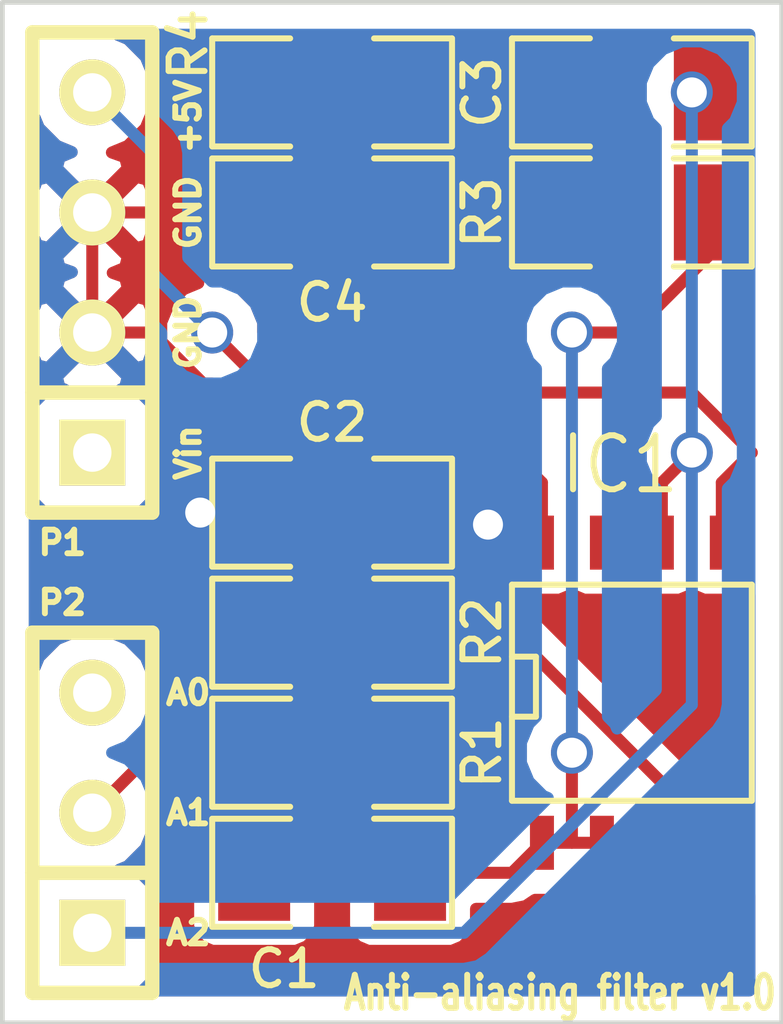
<source format=kicad_pcb>
(kicad_pcb (version 3) (host pcbnew "(2013-07-07 BZR 4022)-stable")

  (general
    (links 20)
    (no_connects 0)
    (area 18.6436 16.361834 38.050611 38.277001)
    (thickness 1.6)
    (drawings 12)
    (tracks 67)
    (zones 0)
    (modules 11)
    (nets 10)
  )

  (page USLetter)
  (title_block 
    (title "Anti-aliasing filter")
    (rev v1.0)
    (company "Ryan Fobel")
  )

  (layers
    (15 F.Cu signal)
    (0 B.Cu signal)
    (16 B.Adhes user)
    (17 F.Adhes user)
    (18 B.Paste user)
    (19 F.Paste user)
    (20 B.SilkS user)
    (21 F.SilkS user)
    (22 B.Mask user)
    (23 F.Mask user)
    (24 Dwgs.User user)
    (25 Cmts.User user)
    (26 Eco1.User user)
    (27 Eco2.User user)
    (28 Edge.Cuts user)
  )

  (setup
    (last_trace_width 0.254)
    (trace_clearance 0.254)
    (zone_clearance 0.508)
    (zone_45_only no)
    (trace_min 0.254)
    (segment_width 0.2)
    (edge_width 0.1)
    (via_size 0.889)
    (via_drill 0.635)
    (via_min_size 0.889)
    (via_min_drill 0.508)
    (uvia_size 0.508)
    (uvia_drill 0.127)
    (uvias_allowed no)
    (uvia_min_size 0.508)
    (uvia_min_drill 0.127)
    (pcb_text_width 0.3)
    (pcb_text_size 1.5 1.5)
    (mod_edge_width 0.15)
    (mod_text_size 1 1)
    (mod_text_width 0.15)
    (pad_size 1.5 1.5)
    (pad_drill 0.6)
    (pad_to_mask_clearance 0)
    (aux_axis_origin 0 0)
    (visible_elements 7FFFFFFF)
    (pcbplotparams
      (layerselection 284983297)
      (usegerberextensions true)
      (excludeedgelayer true)
      (linewidth 0.150000)
      (plotframeref false)
      (viasonmask false)
      (mode 1)
      (useauxorigin false)
      (hpglpennumber 1)
      (hpglpenspeed 20)
      (hpglpendiameter 15)
      (hpglpenoverlay 2)
      (psnegative false)
      (psa4output false)
      (plotreference true)
      (plotvalue true)
      (plotothertext true)
      (plotinvisibletext false)
      (padsonsilk false)
      (subtractmaskfromsilk false)
      (outputformat 1)
      (mirror false)
      (drillshape 0)
      (scaleselection 1)
      (outputdirectory gerber))
  )

  (net 0 "")
  (net 1 +5V)
  (net 2 GND)
  (net 3 N-000001)
  (net 4 N-0000011)
  (net 5 N-000002)
  (net 6 N-000003)
  (net 7 N-000004)
  (net 8 N-000005)
  (net 9 N-000008)

  (net_class Default "This is the default net class."
    (clearance 0.254)
    (trace_width 0.254)
    (via_dia 0.889)
    (via_drill 0.635)
    (uvia_dia 0.508)
    (uvia_drill 0.127)
    (add_net "")
    (add_net +5V)
    (add_net GND)
    (add_net N-000001)
    (add_net N-0000011)
    (add_net N-000002)
    (add_net N-000003)
    (add_net N-000004)
    (add_net N-000005)
    (add_net N-000008)
  )

  (module SO8N (layer F.Cu) (tedit 54204A03) (tstamp 5420453A)
    (at 33.782 31.242)
    (descr "Module CMS SOJ 8 pins large")
    (tags "CMS SOJ")
    (path /54203D0F)
    (attr smd)
    (fp_text reference IC1 (at -0.254 -4.826) (layer F.SilkS)
      (effects (font (size 1.143 1.016) (thickness 0.127)))
    )
    (fp_text value MCP6022 (at 0 1.27) (layer F.SilkS) hide
      (effects (font (size 1.016 1.016) (thickness 0.127)))
    )
    (fp_line (start -2.54 -2.286) (end 2.54 -2.286) (layer F.SilkS) (width 0.127))
    (fp_line (start 2.54 -2.286) (end 2.54 2.286) (layer F.SilkS) (width 0.127))
    (fp_line (start 2.54 2.286) (end -2.54 2.286) (layer F.SilkS) (width 0.127))
    (fp_line (start -2.54 2.286) (end -2.54 -2.286) (layer F.SilkS) (width 0.127))
    (fp_line (start -2.54 -0.762) (end -2.032 -0.762) (layer F.SilkS) (width 0.127))
    (fp_line (start -2.032 -0.762) (end -2.032 0.508) (layer F.SilkS) (width 0.127))
    (fp_line (start -2.032 0.508) (end -2.54 0.508) (layer F.SilkS) (width 0.127))
    (pad 8 smd rect (at -1.905 -3.175) (size 0.508 1.143)
      (layers F.Cu F.Paste F.Mask)
      (net 1 +5V)
    )
    (pad 7 smd rect (at -0.635 -3.175) (size 0.508 1.143)
      (layers F.Cu F.Paste F.Mask)
      (net 8 N-000005)
    )
    (pad 6 smd rect (at 0.635 -3.175) (size 0.508 1.143)
      (layers F.Cu F.Paste F.Mask)
      (net 8 N-000005)
    )
    (pad 5 smd rect (at 1.905 -3.175) (size 0.508 1.143)
      (layers F.Cu F.Paste F.Mask)
      (net 3 N-000001)
    )
    (pad 4 smd rect (at 1.905 3.175) (size 0.508 1.143)
      (layers F.Cu F.Paste F.Mask)
      (net 2 GND)
    )
    (pad 3 smd rect (at 0.635 3.175) (size 0.508 1.143)
      (layers F.Cu F.Paste F.Mask)
      (net 6 N-000003)
    )
    (pad 2 smd rect (at -0.635 3.175) (size 0.508 1.143)
      (layers F.Cu F.Paste F.Mask)
      (net 4 N-0000011)
    )
    (pad 1 smd rect (at -1.905 3.175) (size 0.508 1.143)
      (layers F.Cu F.Paste F.Mask)
      (net 4 N-0000011)
    )
    (model smd/cms_so8.wrl
      (at (xyz 0 0 0))
      (scale (xyz 0.5 0.38 0.5))
      (rotate (xyz 0 0 0))
    )
  )

  (module SM1206 (layer F.Cu) (tedit 54204941) (tstamp 54204546)
    (at 27.432 32.512)
    (path /541C44E9)
    (attr smd)
    (fp_text reference R1 (at 3.175 0 90) (layer F.SilkS)
      (effects (font (size 0.762 0.762) (thickness 0.127)))
    )
    (fp_text value 1.78k (at 0 0) (layer F.SilkS) hide
      (effects (font (size 0.762 0.762) (thickness 0.127)))
    )
    (fp_line (start -2.54 -1.143) (end -2.54 1.143) (layer F.SilkS) (width 0.127))
    (fp_line (start -2.54 1.143) (end -0.889 1.143) (layer F.SilkS) (width 0.127))
    (fp_line (start 0.889 -1.143) (end 2.54 -1.143) (layer F.SilkS) (width 0.127))
    (fp_line (start 2.54 -1.143) (end 2.54 1.143) (layer F.SilkS) (width 0.127))
    (fp_line (start 2.54 1.143) (end 0.889 1.143) (layer F.SilkS) (width 0.127))
    (fp_line (start -0.889 -1.143) (end -2.54 -1.143) (layer F.SilkS) (width 0.127))
    (pad 1 smd rect (at -1.651 0) (size 1.524 2.032)
      (layers F.Cu F.Paste F.Mask)
      (net 9 N-000008)
    )
    (pad 2 smd rect (at 1.651 0) (size 1.524 2.032)
      (layers F.Cu F.Paste F.Mask)
      (net 5 N-000002)
    )
    (model smd/chip_cms.wrl
      (at (xyz 0 0 0))
      (scale (xyz 0.17 0.16 0.16))
      (rotate (xyz 0 0 0))
    )
  )

  (module SM1206 (layer F.Cu) (tedit 5420493E) (tstamp 54204552)
    (at 27.432 29.972)
    (path /541C4500)
    (attr smd)
    (fp_text reference R2 (at 3.175 0 90) (layer F.SilkS)
      (effects (font (size 0.762 0.762) (thickness 0.127)))
    )
    (fp_text value 4.02k (at 0 0) (layer F.SilkS) hide
      (effects (font (size 0.762 0.762) (thickness 0.127)))
    )
    (fp_line (start -2.54 -1.143) (end -2.54 1.143) (layer F.SilkS) (width 0.127))
    (fp_line (start -2.54 1.143) (end -0.889 1.143) (layer F.SilkS) (width 0.127))
    (fp_line (start 0.889 -1.143) (end 2.54 -1.143) (layer F.SilkS) (width 0.127))
    (fp_line (start 2.54 -1.143) (end 2.54 1.143) (layer F.SilkS) (width 0.127))
    (fp_line (start 2.54 1.143) (end 0.889 1.143) (layer F.SilkS) (width 0.127))
    (fp_line (start -0.889 -1.143) (end -2.54 -1.143) (layer F.SilkS) (width 0.127))
    (pad 1 smd rect (at -1.651 0) (size 1.524 2.032)
      (layers F.Cu F.Paste F.Mask)
      (net 5 N-000002)
    )
    (pad 2 smd rect (at 1.651 0) (size 1.524 2.032)
      (layers F.Cu F.Paste F.Mask)
      (net 6 N-000003)
    )
    (model smd/chip_cms.wrl
      (at (xyz 0 0 0))
      (scale (xyz 0.17 0.16 0.16))
      (rotate (xyz 0 0 0))
    )
  )

  (module SM1206 (layer F.Cu) (tedit 54204939) (tstamp 5420455E)
    (at 27.432 27.432 180)
    (path /541C4512)
    (attr smd)
    (fp_text reference C2 (at 0 1.905 180) (layer F.SilkS)
      (effects (font (size 0.762 0.762) (thickness 0.127)))
    )
    (fp_text value 220pF (at 0 0 180) (layer F.SilkS) hide
      (effects (font (size 0.762 0.762) (thickness 0.127)))
    )
    (fp_line (start -2.54 -1.143) (end -2.54 1.143) (layer F.SilkS) (width 0.127))
    (fp_line (start -2.54 1.143) (end -0.889 1.143) (layer F.SilkS) (width 0.127))
    (fp_line (start 0.889 -1.143) (end 2.54 -1.143) (layer F.SilkS) (width 0.127))
    (fp_line (start 2.54 -1.143) (end 2.54 1.143) (layer F.SilkS) (width 0.127))
    (fp_line (start 2.54 1.143) (end 0.889 1.143) (layer F.SilkS) (width 0.127))
    (fp_line (start -0.889 -1.143) (end -2.54 -1.143) (layer F.SilkS) (width 0.127))
    (pad 1 smd rect (at -1.651 0 180) (size 1.524 2.032)
      (layers F.Cu F.Paste F.Mask)
      (net 6 N-000003)
    )
    (pad 2 smd rect (at 1.651 0 180) (size 1.524 2.032)
      (layers F.Cu F.Paste F.Mask)
      (net 2 GND)
    )
    (model smd/chip_cms.wrl
      (at (xyz 0 0 0))
      (scale (xyz 0.17 0.16 0.16))
      (rotate (xyz 0 0 0))
    )
  )

  (module SM1206 (layer F.Cu) (tedit 542049E5) (tstamp 5420456A)
    (at 27.432 35.052)
    (path /541C4521)
    (attr smd)
    (fp_text reference C1 (at -1.016 2.032) (layer F.SilkS)
      (effects (font (size 0.762 0.762) (thickness 0.127)))
    )
    (fp_text value 0.0047uF (at 0 0) (layer F.SilkS) hide
      (effects (font (size 0.762 0.762) (thickness 0.127)))
    )
    (fp_line (start -2.54 -1.143) (end -2.54 1.143) (layer F.SilkS) (width 0.127))
    (fp_line (start -2.54 1.143) (end -0.889 1.143) (layer F.SilkS) (width 0.127))
    (fp_line (start 0.889 -1.143) (end 2.54 -1.143) (layer F.SilkS) (width 0.127))
    (fp_line (start 2.54 -1.143) (end 2.54 1.143) (layer F.SilkS) (width 0.127))
    (fp_line (start 2.54 1.143) (end 0.889 1.143) (layer F.SilkS) (width 0.127))
    (fp_line (start -0.889 -1.143) (end -2.54 -1.143) (layer F.SilkS) (width 0.127))
    (pad 1 smd rect (at -1.651 0) (size 1.524 2.032)
      (layers F.Cu F.Paste F.Mask)
      (net 5 N-000002)
    )
    (pad 2 smd rect (at 1.651 0) (size 1.524 2.032)
      (layers F.Cu F.Paste F.Mask)
      (net 4 N-0000011)
    )
    (model smd/chip_cms.wrl
      (at (xyz 0 0 0))
      (scale (xyz 0.17 0.16 0.16))
      (rotate (xyz 0 0 0))
    )
  )

  (module SM1206 (layer F.Cu) (tedit 54204930) (tstamp 54204576)
    (at 33.782 21.082 180)
    (path /54204126)
    (attr smd)
    (fp_text reference R3 (at 3.175 0 270) (layer F.SilkS)
      (effects (font (size 0.762 0.762) (thickness 0.127)))
    )
    (fp_text value 9.09k (at 0 0 180) (layer F.SilkS) hide
      (effects (font (size 0.762 0.762) (thickness 0.127)))
    )
    (fp_line (start -2.54 -1.143) (end -2.54 1.143) (layer F.SilkS) (width 0.127))
    (fp_line (start -2.54 1.143) (end -0.889 1.143) (layer F.SilkS) (width 0.127))
    (fp_line (start 0.889 -1.143) (end 2.54 -1.143) (layer F.SilkS) (width 0.127))
    (fp_line (start 2.54 -1.143) (end 2.54 1.143) (layer F.SilkS) (width 0.127))
    (fp_line (start 2.54 1.143) (end 0.889 1.143) (layer F.SilkS) (width 0.127))
    (fp_line (start -0.889 -1.143) (end -2.54 -1.143) (layer F.SilkS) (width 0.127))
    (pad 1 smd rect (at -1.651 0 180) (size 1.524 2.032)
      (layers F.Cu F.Paste F.Mask)
      (net 4 N-0000011)
    )
    (pad 2 smd rect (at 1.651 0 180) (size 1.524 2.032)
      (layers F.Cu F.Paste F.Mask)
      (net 7 N-000004)
    )
    (model smd/chip_cms.wrl
      (at (xyz 0 0 0))
      (scale (xyz 0.17 0.16 0.16))
      (rotate (xyz 0 0 0))
    )
  )

  (module SM1206 (layer F.Cu) (tedit 5420498A) (tstamp 54204582)
    (at 27.432 18.542 180)
    (path /54204134)
    (attr smd)
    (fp_text reference R4 (at 3.048 1.016 270) (layer F.SilkS)
      (effects (font (size 0.762 0.762) (thickness 0.127)))
    )
    (fp_text value 20k (at 0 0 180) (layer F.SilkS) hide
      (effects (font (size 0.762 0.762) (thickness 0.127)))
    )
    (fp_line (start -2.54 -1.143) (end -2.54 1.143) (layer F.SilkS) (width 0.127))
    (fp_line (start -2.54 1.143) (end -0.889 1.143) (layer F.SilkS) (width 0.127))
    (fp_line (start 0.889 -1.143) (end 2.54 -1.143) (layer F.SilkS) (width 0.127))
    (fp_line (start 2.54 -1.143) (end 2.54 1.143) (layer F.SilkS) (width 0.127))
    (fp_line (start 2.54 1.143) (end 0.889 1.143) (layer F.SilkS) (width 0.127))
    (fp_line (start -0.889 -1.143) (end -2.54 -1.143) (layer F.SilkS) (width 0.127))
    (pad 1 smd rect (at -1.651 0 180) (size 1.524 2.032)
      (layers F.Cu F.Paste F.Mask)
      (net 7 N-000004)
    )
    (pad 2 smd rect (at 1.651 0 180) (size 1.524 2.032)
      (layers F.Cu F.Paste F.Mask)
      (net 3 N-000001)
    )
    (model smd/chip_cms.wrl
      (at (xyz 0 0 0))
      (scale (xyz 0.17 0.16 0.16))
      (rotate (xyz 0 0 0))
    )
  )

  (module SM1206 (layer F.Cu) (tedit 5420492D) (tstamp 5420458E)
    (at 33.782 18.542)
    (path /54204178)
    (attr smd)
    (fp_text reference C3 (at -3.175 0 90) (layer F.SilkS)
      (effects (font (size 0.762 0.762) (thickness 0.127)))
    )
    (fp_text value 390pF (at 0 0) (layer F.SilkS) hide
      (effects (font (size 0.762 0.762) (thickness 0.127)))
    )
    (fp_line (start -2.54 -1.143) (end -2.54 1.143) (layer F.SilkS) (width 0.127))
    (fp_line (start -2.54 1.143) (end -0.889 1.143) (layer F.SilkS) (width 0.127))
    (fp_line (start 0.889 -1.143) (end 2.54 -1.143) (layer F.SilkS) (width 0.127))
    (fp_line (start 2.54 -1.143) (end 2.54 1.143) (layer F.SilkS) (width 0.127))
    (fp_line (start 2.54 1.143) (end 0.889 1.143) (layer F.SilkS) (width 0.127))
    (fp_line (start -0.889 -1.143) (end -2.54 -1.143) (layer F.SilkS) (width 0.127))
    (pad 1 smd rect (at -1.651 0) (size 1.524 2.032)
      (layers F.Cu F.Paste F.Mask)
      (net 7 N-000004)
    )
    (pad 2 smd rect (at 1.651 0) (size 1.524 2.032)
      (layers F.Cu F.Paste F.Mask)
      (net 8 N-000005)
    )
    (model smd/chip_cms.wrl
      (at (xyz 0 0 0))
      (scale (xyz 0.17 0.16 0.16))
      (rotate (xyz 0 0 0))
    )
  )

  (module SM1206 (layer F.Cu) (tedit 54204968) (tstamp 5420459A)
    (at 27.432 21.082 180)
    (path /542041B4)
    (attr smd)
    (fp_text reference C4 (at 0 -1.905 180) (layer F.SilkS)
      (effects (font (size 0.762 0.762) (thickness 0.127)))
    )
    (fp_text value 220pF (at 0 0 180) (layer F.SilkS) hide
      (effects (font (size 0.762 0.762) (thickness 0.127)))
    )
    (fp_line (start -2.54 -1.143) (end -2.54 1.143) (layer F.SilkS) (width 0.127))
    (fp_line (start -2.54 1.143) (end -0.889 1.143) (layer F.SilkS) (width 0.127))
    (fp_line (start 0.889 -1.143) (end 2.54 -1.143) (layer F.SilkS) (width 0.127))
    (fp_line (start 2.54 -1.143) (end 2.54 1.143) (layer F.SilkS) (width 0.127))
    (fp_line (start 2.54 1.143) (end 0.889 1.143) (layer F.SilkS) (width 0.127))
    (fp_line (start -0.889 -1.143) (end -2.54 -1.143) (layer F.SilkS) (width 0.127))
    (pad 1 smd rect (at -1.651 0 180) (size 1.524 2.032)
      (layers F.Cu F.Paste F.Mask)
      (net 3 N-000001)
    )
    (pad 2 smd rect (at 1.651 0 180) (size 1.524 2.032)
      (layers F.Cu F.Paste F.Mask)
      (net 2 GND)
    )
    (model smd/chip_cms.wrl
      (at (xyz 0 0 0))
      (scale (xyz 0.17 0.16 0.16))
      (rotate (xyz 0 0 0))
    )
  )

  (module SIL-4 (layer F.Cu) (tedit 54204912) (tstamp 542045A9)
    (at 22.352 22.352 90)
    (descr "Connecteur 4 pibs")
    (tags "CONN DEV")
    (path /541C44CB)
    (fp_text reference P1 (at -5.715 -0.635 180) (layer F.SilkS)
      (effects (font (size 0.5 0.5) (thickness 0.125)))
    )
    (fp_text value CONN_4 (at 0 -2.54 90) (layer F.SilkS) hide
      (effects (font (size 1.524 1.016) (thickness 0.3048)))
    )
    (fp_line (start -5.08 -1.27) (end -5.08 -1.27) (layer F.SilkS) (width 0.3048))
    (fp_line (start -5.08 1.27) (end -5.08 -1.27) (layer F.SilkS) (width 0.3048))
    (fp_line (start -5.08 -1.27) (end -5.08 -1.27) (layer F.SilkS) (width 0.3048))
    (fp_line (start -5.08 -1.27) (end 5.08 -1.27) (layer F.SilkS) (width 0.3048))
    (fp_line (start 5.08 -1.27) (end 5.08 1.27) (layer F.SilkS) (width 0.3048))
    (fp_line (start 5.08 1.27) (end -5.08 1.27) (layer F.SilkS) (width 0.3048))
    (fp_line (start -2.54 1.27) (end -2.54 -1.27) (layer F.SilkS) (width 0.3048))
    (pad 1 thru_hole rect (at -3.81 0 90) (size 1.397 1.397) (drill 0.8128)
      (layers *.Cu *.Mask F.SilkS)
    )
    (pad 2 thru_hole circle (at -1.27 0 90) (size 1.397 1.397) (drill 0.8128)
      (layers *.Cu *.Mask F.SilkS)
      (net 2 GND)
    )
    (pad 3 thru_hole circle (at 1.27 0 90) (size 1.397 1.397) (drill 0.8128)
      (layers *.Cu *.Mask F.SilkS)
      (net 2 GND)
    )
    (pad 4 thru_hole circle (at 3.81 0 90) (size 1.397 1.397) (drill 0.8128)
      (layers *.Cu *.Mask F.SilkS)
      (net 1 +5V)
    )
  )

  (module SIL-3 (layer F.Cu) (tedit 5420491C) (tstamp 542045B5)
    (at 22.352 33.782 90)
    (descr "Connecteur 3 pins")
    (tags "CONN DEV")
    (path /541C44DA)
    (fp_text reference P2 (at 4.445 -0.635 180) (layer F.SilkS)
      (effects (font (size 0.5 0.5) (thickness 0.125)))
    )
    (fp_text value CONN_3 (at 0 -2.54 90) (layer F.SilkS) hide
      (effects (font (size 1.524 1.016) (thickness 0.3048)))
    )
    (fp_line (start -3.81 1.27) (end -3.81 -1.27) (layer F.SilkS) (width 0.3048))
    (fp_line (start -3.81 -1.27) (end 3.81 -1.27) (layer F.SilkS) (width 0.3048))
    (fp_line (start 3.81 -1.27) (end 3.81 1.27) (layer F.SilkS) (width 0.3048))
    (fp_line (start 3.81 1.27) (end -3.81 1.27) (layer F.SilkS) (width 0.3048))
    (fp_line (start -1.27 -1.27) (end -1.27 1.27) (layer F.SilkS) (width 0.3048))
    (pad 1 thru_hole rect (at -2.54 0 90) (size 1.397 1.397) (drill 0.8128)
      (layers *.Cu *.Mask F.SilkS)
      (net 8 N-000005)
    )
    (pad 2 thru_hole circle (at 0 0 90) (size 1.397 1.397) (drill 0.8128)
      (layers *.Cu *.Mask F.SilkS)
      (net 9 N-000008)
    )
    (pad 3 thru_hole circle (at 2.54 0 90) (size 1.397 1.397) (drill 0.8128)
      (layers *.Cu *.Mask F.SilkS)
    )
  )

  (gr_text "Anti-aliasing filter v1.0" (at 32.258 37.592) (layer F.SilkS)
    (effects (font (size 0.7 0.5) (thickness 0.125)))
  )
  (gr_text A2 (at 24.384 36.322) (layer F.SilkS)
    (effects (font (size 0.5 0.5) (thickness 0.125)))
  )
  (gr_text A1 (at 24.384 33.782) (layer F.SilkS)
    (effects (font (size 0.5 0.5) (thickness 0.125)))
  )
  (gr_text A0 (at 24.384 31.242) (layer F.SilkS)
    (effects (font (size 0.5 0.5) (thickness 0.125)))
  )
  (gr_text Vin (at 24.384 26.162 90) (layer F.SilkS)
    (effects (font (size 0.5 0.5) (thickness 0.125)))
  )
  (gr_text +5V (at 24.384 19.05 90) (layer F.SilkS)
    (effects (font (size 0.5 0.5) (thickness 0.125)))
  )
  (gr_text GND (at 24.384 23.622 90) (layer F.SilkS)
    (effects (font (size 0.5 0.5) (thickness 0.125)))
  )
  (gr_text GND (at 24.384 21.082 90) (layer F.SilkS)
    (effects (font (size 0.5 0.5) (thickness 0.125)))
  )
  (gr_line (start 36.957 38.227) (end 36.957 16.637) (angle 90) (layer Edge.Cuts) (width 0.1))
  (gr_line (start 20.447 38.227) (end 36.957 38.227) (angle 90) (layer Edge.Cuts) (width 0.1))
  (gr_line (start 20.447 16.637) (end 20.447 38.227) (angle 90) (layer Edge.Cuts) (width 0.1))
  (gr_line (start 20.447 16.637) (end 36.957 16.637) (angle 90) (layer Edge.Cuts) (width 0.1))

  (segment (start 22.352 18.542) (end 23.622 19.812) (width 0.254) (layer B.Cu) (net 1))
  (segment (start 31.877 26.797) (end 31.877 28.067) (width 0.254) (layer F.Cu) (net 1) (tstamp 5420474E))
  (segment (start 29.972 24.892) (end 31.877 26.797) (width 0.254) (layer F.Cu) (net 1) (tstamp 5420474C))
  (segment (start 26.162 24.892) (end 29.972 24.892) (width 0.254) (layer F.Cu) (net 1) (tstamp 5420474A))
  (segment (start 24.892 23.622) (end 26.162 24.892) (width 0.254) (layer F.Cu) (net 1) (tstamp 54204749))
  (via (at 24.892 23.622) (size 0.889) (layers F.Cu B.Cu) (net 1))
  (segment (start 23.622 22.352) (end 24.892 23.622) (width 0.254) (layer B.Cu) (net 1) (tstamp 54204746))
  (segment (start 23.622 19.812) (end 23.622 22.352) (width 0.254) (layer B.Cu) (net 1) (tstamp 54204745))
  (segment (start 35.687 34.417) (end 35.687 33.401) (width 0.254) (layer F.Cu) (net 2))
  (segment (start 24.638 27.432) (end 25.781 27.432) (width 0.254) (layer F.Cu) (net 2) (tstamp 54204771))
  (via (at 24.638 27.432) (size 0.889) (layers F.Cu B.Cu) (net 2))
  (segment (start 30.48 27.432) (end 24.638 27.432) (width 0.254) (layer B.Cu) (net 2) (tstamp 5420476F))
  (segment (start 30.734 27.686) (end 30.48 27.432) (width 0.254) (layer B.Cu) (net 2) (tstamp 5420476E))
  (via (at 30.734 27.686) (size 0.889) (layers F.Cu B.Cu) (net 2))
  (segment (start 30.734 28.448) (end 30.734 27.686) (width 0.254) (layer F.Cu) (net 2) (tstamp 5420476C))
  (segment (start 35.687 33.401) (end 30.734 28.448) (width 0.254) (layer F.Cu) (net 2) (tstamp 5420476A))
  (segment (start 25.781 27.432) (end 25.781 25.781) (width 0.254) (layer F.Cu) (net 2))
  (segment (start 23.622 23.622) (end 22.352 23.622) (width 0.254) (layer F.Cu) (net 2) (tstamp 54204754))
  (segment (start 25.781 25.781) (end 23.622 23.622) (width 0.254) (layer F.Cu) (net 2) (tstamp 54204752))
  (segment (start 22.352 23.622) (end 22.352 21.082) (width 0.254) (layer F.Cu) (net 2))
  (segment (start 25.781 21.082) (end 22.352 21.082) (width 0.254) (layer F.Cu) (net 2))
  (segment (start 25.781 18.542) (end 26.162 18.542) (width 0.254) (layer F.Cu) (net 3))
  (segment (start 28.702 21.082) (end 29.083 21.082) (width 0.254) (layer F.Cu) (net 3) (tstamp 5420473C))
  (segment (start 27.432 19.812) (end 28.702 21.082) (width 0.254) (layer F.Cu) (net 3) (tstamp 5420473A))
  (segment (start 26.162 18.542) (end 27.432 19.812) (width 0.254) (layer F.Cu) (net 3) (tstamp 54204739))
  (segment (start 35.687 28.067) (end 35.687 26.797) (width 0.254) (layer F.Cu) (net 3))
  (segment (start 29.083 22.733) (end 29.083 21.082) (width 0.254) (layer F.Cu) (net 3) (tstamp 54204735))
  (segment (start 31.242 24.892) (end 29.083 22.733) (width 0.254) (layer F.Cu) (net 3) (tstamp 54204732))
  (segment (start 35.052 24.892) (end 31.242 24.892) (width 0.254) (layer F.Cu) (net 3) (tstamp 5420472F))
  (segment (start 36.322 26.162) (end 35.052 24.892) (width 0.254) (layer F.Cu) (net 3) (tstamp 5420472E))
  (segment (start 35.687 26.797) (end 36.322 26.162) (width 0.254) (layer F.Cu) (net 3) (tstamp 5420472D))
  (segment (start 32.512 34.417) (end 32.512 32.512) (width 0.254) (layer F.Cu) (net 4))
  (segment (start 35.433 21.971) (end 35.433 21.082) (width 0.254) (layer F.Cu) (net 4) (tstamp 5420471A))
  (segment (start 33.782 23.622) (end 35.433 21.971) (width 0.254) (layer F.Cu) (net 4) (tstamp 54204719))
  (segment (start 32.512 23.622) (end 33.782 23.622) (width 0.254) (layer F.Cu) (net 4) (tstamp 54204718))
  (via (at 32.512 23.622) (size 0.889) (layers F.Cu B.Cu) (net 4))
  (segment (start 32.512 32.512) (end 32.512 23.622) (width 0.254) (layer B.Cu) (net 4) (tstamp 54204715))
  (via (at 32.512 32.512) (size 0.889) (layers F.Cu B.Cu) (net 4))
  (segment (start 31.877 34.417) (end 32.512 34.417) (width 0.254) (layer F.Cu) (net 4))
  (segment (start 32.512 34.417) (end 33.147 34.417) (width 0.254) (layer F.Cu) (net 4) (tstamp 54204711))
  (segment (start 29.083 35.052) (end 31.242 35.052) (width 0.254) (layer F.Cu) (net 4))
  (segment (start 31.242 35.052) (end 31.877 34.417) (width 0.254) (layer F.Cu) (net 4) (tstamp 542046F3))
  (segment (start 27.432 32.512) (end 29.083 32.512) (width 0.254) (layer F.Cu) (net 5))
  (segment (start 25.781 29.972) (end 26.162 29.972) (width 0.254) (layer F.Cu) (net 5))
  (segment (start 26.162 35.052) (end 25.781 35.052) (width 0.254) (layer F.Cu) (net 5) (tstamp 542046EC))
  (segment (start 27.432 33.782) (end 26.162 35.052) (width 0.254) (layer F.Cu) (net 5) (tstamp 542046EA))
  (segment (start 27.432 31.242) (end 27.432 32.512) (width 0.254) (layer F.Cu) (net 5) (tstamp 542046E8))
  (segment (start 27.432 32.512) (end 27.432 33.782) (width 0.254) (layer F.Cu) (net 5) (tstamp 542046EF))
  (segment (start 26.162 29.972) (end 27.432 31.242) (width 0.254) (layer F.Cu) (net 5) (tstamp 542046E7))
  (segment (start 29.083 27.432) (end 29.083 29.972) (width 0.254) (layer F.Cu) (net 6))
  (segment (start 29.083 29.972) (end 31.242 29.972) (width 0.254) (layer F.Cu) (net 6))
  (segment (start 34.417 33.147) (end 34.417 34.417) (width 0.254) (layer F.Cu) (net 6) (tstamp 542046FA))
  (segment (start 31.242 29.972) (end 34.417 33.147) (width 0.254) (layer F.Cu) (net 6) (tstamp 542046F8))
  (segment (start 32.131 18.542) (end 32.131 21.082) (width 0.254) (layer F.Cu) (net 7))
  (segment (start 29.083 18.542) (end 32.131 18.542) (width 0.254) (layer F.Cu) (net 7))
  (segment (start 35.052 26.162) (end 35.052 31.496) (width 0.254) (layer B.Cu) (net 8))
  (segment (start 30.226 36.322) (end 22.352 36.322) (width 0.254) (layer B.Cu) (net 8) (tstamp 54229D1E))
  (segment (start 35.052 31.496) (end 30.226 36.322) (width 0.254) (layer B.Cu) (net 8) (tstamp 54229D1C))
  (segment (start 34.417 28.067) (end 34.417 26.797) (width 0.254) (layer F.Cu) (net 8))
  (segment (start 35.052 18.542) (end 35.433 18.542) (width 0.254) (layer F.Cu) (net 8) (tstamp 54204729))
  (via (at 35.052 18.542) (size 0.889) (layers F.Cu B.Cu) (net 8))
  (segment (start 35.052 26.162) (end 35.052 18.542) (width 0.254) (layer B.Cu) (net 8) (tstamp 54204726))
  (via (at 35.052 26.162) (size 0.889) (layers F.Cu B.Cu) (net 8))
  (segment (start 34.417 26.797) (end 35.052 26.162) (width 0.254) (layer F.Cu) (net 8) (tstamp 54204724))
  (segment (start 33.147 28.067) (end 34.417 28.067) (width 0.254) (layer F.Cu) (net 8))
  (segment (start 25.781 32.512) (end 23.622 32.512) (width 0.254) (layer F.Cu) (net 9))
  (segment (start 23.622 32.512) (end 22.352 33.782) (width 0.254) (layer F.Cu) (net 9) (tstamp 54229D25))

  (zone (net 2) (net_name GND) (layer F.Cu) (tstamp 54229E8E) (hatch edge 0.508)
    (connect_pads (clearance 0.508))
    (min_thickness 0.254)
    (fill (arc_segments 16) (thermal_gap 0.508) (thermal_bridge_width 0.508))
    (polygon
      (pts
        (xy 20.447 16.637) (xy 36.957 16.637) (xy 36.957 38.227) (xy 20.447 38.227)
      )
    )
    (filled_polygon
      (pts
        (xy 29.783315 25.780946) (xy 29.719245 25.78089) (xy 28.195245 25.78089) (xy 27.961771 25.877359) (xy 27.782987 26.055832)
        (xy 27.686111 26.289136) (xy 27.68589 26.541755) (xy 27.68589 28.573755) (xy 27.73889 28.702027) (xy 27.686111 28.829136)
        (xy 27.68589 29.081755) (xy 27.68589 30.418259) (xy 27.17811 29.910479) (xy 27.17811 28.830245) (xy 27.125109 28.701972)
        (xy 27.177889 28.574864) (xy 27.17811 28.322245) (xy 27.17811 26.541755) (xy 27.177889 26.289136) (xy 27.081013 26.055832)
        (xy 26.902229 25.877359) (xy 26.668755 25.78089) (xy 26.06675 25.781) (xy 25.908 25.93975) (xy 25.908 27.305)
        (xy 27.01925 27.305) (xy 27.178 27.14625) (xy 27.17811 26.541755) (xy 27.17811 28.322245) (xy 27.178 27.71775)
        (xy 27.01925 27.559) (xy 25.908 27.559) (xy 25.908 27.579) (xy 25.654 27.579) (xy 25.654 27.559)
        (xy 25.654 27.305) (xy 25.654 25.93975) (xy 25.49525 25.781) (xy 24.893245 25.78089) (xy 24.659771 25.877359)
        (xy 24.480987 26.055832) (xy 24.384111 26.289136) (xy 24.38389 26.541755) (xy 24.384 27.14625) (xy 24.54275 27.305)
        (xy 25.654 27.305) (xy 25.654 27.559) (xy 24.54275 27.559) (xy 24.384 27.71775) (xy 24.38389 28.322245)
        (xy 24.384111 28.574864) (xy 24.436902 28.702) (xy 24.384111 28.829136) (xy 24.38389 29.081755) (xy 24.38389 31.113755)
        (xy 24.43689 31.242027) (xy 24.384111 31.369136) (xy 24.38389 31.621755) (xy 24.38389 31.75) (xy 23.697924 31.75)
        (xy 23.697924 23.81452) (xy 23.697924 21.27452) (xy 23.669146 20.744802) (xy 23.521798 20.389072) (xy 23.286186 20.327419)
        (xy 22.531605 21.082) (xy 23.286186 21.836581) (xy 23.521798 21.774928) (xy 23.697924 21.27452) (xy 23.697924 23.81452)
        (xy 23.669146 23.284802) (xy 23.521798 22.929072) (xy 23.286186 22.867419) (xy 23.106581 23.047024) (xy 23.106581 22.687814)
        (xy 23.044928 22.452202) (xy 22.783364 22.36014) (xy 23.044928 22.251798) (xy 23.106581 22.016186) (xy 22.352 21.261605)
        (xy 21.597419 22.016186) (xy 21.659072 22.251798) (xy 21.920635 22.343859) (xy 21.659072 22.452202) (xy 21.597419 22.687814)
        (xy 22.352 23.442395) (xy 23.106581 22.687814) (xy 23.106581 23.047024) (xy 22.531605 23.622) (xy 23.286186 24.376581)
        (xy 23.521798 24.314928) (xy 23.697924 23.81452) (xy 23.697924 31.75) (xy 23.622 31.75) (xy 23.581615 31.758032)
        (xy 23.685267 31.508413) (xy 23.68573 30.977914) (xy 23.483145 30.48762) (xy 23.108353 30.112174) (xy 22.618413 29.908733)
        (xy 22.087914 29.90827) (xy 21.59762 30.110855) (xy 21.222174 30.485647) (xy 21.132 30.702809) (xy 21.132 27.236899)
        (xy 21.293332 27.398513) (xy 21.526636 27.495389) (xy 21.779255 27.49561) (xy 23.176255 27.49561) (xy 23.409729 27.399141)
        (xy 23.588513 27.220668) (xy 23.685389 26.987364) (xy 23.68561 26.734745) (xy 23.68561 25.337745) (xy 23.589141 25.104271)
        (xy 23.410668 24.925487) (xy 23.177364 24.828611) (xy 22.956519 24.828417) (xy 23.044928 24.791798) (xy 23.106581 24.556186)
        (xy 22.352 23.801605) (xy 21.597419 24.556186) (xy 21.659072 24.791798) (xy 21.763036 24.82839) (xy 21.527745 24.82839)
        (xy 21.294271 24.924859) (xy 21.132 25.086847) (xy 21.132 24.193729) (xy 21.182202 24.314928) (xy 21.417814 24.376581)
        (xy 22.172395 23.622) (xy 21.417814 22.867419) (xy 21.182202 22.929072) (xy 21.132 23.071705) (xy 21.132 21.653729)
        (xy 21.182202 21.774928) (xy 21.417814 21.836581) (xy 22.172395 21.082) (xy 21.417814 20.327419) (xy 21.182202 20.389072)
        (xy 21.132 20.531705) (xy 21.132 19.081334) (xy 21.220855 19.29638) (xy 21.595647 19.671826) (xy 21.917122 19.805314)
        (xy 21.659072 19.912202) (xy 21.597419 20.147814) (xy 22.352 20.902395) (xy 23.106581 20.147814) (xy 23.044928 19.912202)
        (xy 22.765683 19.813917) (xy 23.10638 19.673145) (xy 23.481826 19.298353) (xy 23.685267 18.808413) (xy 23.68573 18.277914)
        (xy 23.483145 17.78762) (xy 23.108353 17.412174) (xy 22.89119 17.322) (xy 24.41614 17.322) (xy 24.384111 17.399136)
        (xy 24.38389 17.651755) (xy 24.38389 19.683755) (xy 24.43689 19.812027) (xy 24.384111 19.939136) (xy 24.38389 20.191755)
        (xy 24.384 20.79625) (xy 24.54275 20.955) (xy 25.654 20.955) (xy 25.654 20.935) (xy 25.908 20.935)
        (xy 25.908 20.955) (xy 27.01925 20.955) (xy 27.178 20.79625) (xy 27.178029 20.635659) (xy 27.68589 21.14352)
        (xy 27.68589 22.223755) (xy 27.782359 22.457229) (xy 27.960832 22.636013) (xy 28.194136 22.732889) (xy 28.321 22.732999)
        (xy 28.321 22.733) (xy 28.379004 23.024605) (xy 28.544185 23.271815) (xy 29.40237 24.13) (xy 27.17811 24.13)
        (xy 27.17811 21.972245) (xy 27.178 21.36775) (xy 27.01925 21.209) (xy 25.908 21.209) (xy 25.908 22.57425)
        (xy 26.06675 22.733) (xy 26.668755 22.73311) (xy 26.902229 22.636641) (xy 27.081013 22.458168) (xy 27.177889 22.224864)
        (xy 27.17811 21.972245) (xy 27.17811 24.13) (xy 26.47763 24.13) (xy 25.971499 23.623868) (xy 25.971687 23.408216)
        (xy 25.807689 23.011311) (xy 25.512571 22.715678) (xy 25.654 22.57425) (xy 25.654 21.209) (xy 24.54275 21.209)
        (xy 24.384 21.36775) (xy 24.38389 21.972245) (xy 24.384111 22.224864) (xy 24.480987 22.458168) (xy 24.59834 22.575317)
        (xy 24.281311 22.706311) (xy 23.977378 23.009714) (xy 23.812687 23.406332) (xy 23.812313 23.835784) (xy 23.976311 24.232689)
        (xy 24.279714 24.536622) (xy 24.676332 24.701313) (xy 24.893872 24.701502) (xy 25.623184 25.430815) (xy 25.623185 25.430815)
        (xy 25.870395 25.595996) (xy 26.162 25.654) (xy 29.656369 25.654) (xy 29.783315 25.780946)
      )
    )
    (filled_polygon
      (pts
        (xy 31.436789 29.248746) (xy 31.242 29.21) (xy 30.48011 29.21) (xy 30.48011 28.830245) (xy 30.427109 28.701972)
        (xy 30.479889 28.574864) (xy 30.48011 28.322245) (xy 30.48011 26.47774) (xy 31.111367 27.108997) (xy 31.084987 27.135332)
        (xy 30.988111 27.368636) (xy 30.98789 27.621255) (xy 30.98789 28.764255) (xy 31.084359 28.997729) (xy 31.262832 29.176513)
        (xy 31.436789 29.248746)
      )
    )
    (filled_polygon
      (pts
        (xy 36.272 37.542) (xy 23.426899 37.542) (xy 23.588513 37.380668) (xy 23.685389 37.147364) (xy 23.68561 36.894745)
        (xy 23.68561 35.497745) (xy 23.589141 35.264271) (xy 23.410668 35.085487) (xy 23.177364 34.988611) (xy 22.924745 34.98839)
        (xy 22.924272 34.98839) (xy 23.10638 34.913145) (xy 23.481826 34.538353) (xy 23.685267 34.048413) (xy 23.685723 33.525907)
        (xy 23.93763 33.274) (xy 24.38389 33.274) (xy 24.38389 33.653755) (xy 24.43689 33.782027) (xy 24.384111 33.909136)
        (xy 24.38389 34.161755) (xy 24.38389 36.193755) (xy 24.480359 36.427229) (xy 24.658832 36.606013) (xy 24.892136 36.702889)
        (xy 25.144755 36.70311) (xy 26.668755 36.70311) (xy 26.902229 36.606641) (xy 27.081013 36.428168) (xy 27.177889 36.194864)
        (xy 27.17811 35.942245) (xy 27.17811 35.11352) (xy 27.68589 34.60574) (xy 27.68589 36.193755) (xy 27.782359 36.427229)
        (xy 27.960832 36.606013) (xy 28.194136 36.702889) (xy 28.446755 36.70311) (xy 29.970755 36.70311) (xy 30.204229 36.606641)
        (xy 30.383013 36.428168) (xy 30.479889 36.194864) (xy 30.48011 35.942245) (xy 30.48011 35.814) (xy 31.242 35.814)
        (xy 31.242 35.813999) (xy 31.533604 35.755996) (xy 31.533605 35.755996) (xy 31.731756 35.623595) (xy 31.748755 35.62361)
        (xy 32.256755 35.62361) (xy 32.490229 35.527141) (xy 32.511881 35.505526) (xy 32.532832 35.526513) (xy 32.766136 35.623389)
        (xy 33.018755 35.62361) (xy 33.526755 35.62361) (xy 33.760229 35.527141) (xy 33.781881 35.505526) (xy 33.802832 35.526513)
        (xy 34.036136 35.623389) (xy 34.288755 35.62361) (xy 34.796755 35.62361) (xy 35.030229 35.527141) (xy 35.052 35.505407)
        (xy 35.073771 35.527141) (xy 35.307245 35.62361) (xy 35.40125 35.6235) (xy 35.56 35.46475) (xy 35.56 34.544)
        (xy 35.54 34.544) (xy 35.54 34.29) (xy 35.56 34.29) (xy 35.56 33.36925) (xy 35.40125 33.2105)
        (xy 35.307245 33.21039) (xy 35.179 33.263379) (xy 35.179 33.147) (xy 35.120996 32.855395) (xy 34.955815 32.608185)
        (xy 31.780815 29.433185) (xy 31.541723 29.273428) (xy 31.748755 29.27361) (xy 32.256755 29.27361) (xy 32.490229 29.177141)
        (xy 32.511881 29.155526) (xy 32.532832 29.176513) (xy 32.766136 29.273389) (xy 33.018755 29.27361) (xy 33.526755 29.27361)
        (xy 33.760229 29.177141) (xy 33.781881 29.155526) (xy 33.802832 29.176513) (xy 34.036136 29.273389) (xy 34.288755 29.27361)
        (xy 34.796755 29.27361) (xy 35.030229 29.177141) (xy 35.051881 29.155526) (xy 35.072832 29.176513) (xy 35.306136 29.273389)
        (xy 35.558755 29.27361) (xy 36.066755 29.27361) (xy 36.272 29.188804) (xy 36.272 33.295195) (xy 36.066755 33.21039)
        (xy 35.97275 33.2105) (xy 35.814 33.36925) (xy 35.814 34.29) (xy 35.834 34.29) (xy 35.834 34.544)
        (xy 35.814 34.544) (xy 35.814 35.46475) (xy 35.97275 35.6235) (xy 36.066755 35.62361) (xy 36.272 35.538804)
        (xy 36.272 37.542)
      )
    )
  )
  (zone (net 2) (net_name GND) (layer B.Cu) (tstamp 54229E8F) (hatch edge 0.508)
    (connect_pads (clearance 0.508))
    (min_thickness 0.254)
    (fill (arc_segments 16) (thermal_gap 0.508) (thermal_bridge_width 0.508))
    (polygon
      (pts
        (xy 20.447 16.637) (xy 36.957 16.637) (xy 36.957 38.227) (xy 20.447 38.227)
      )
    )
    (filled_polygon
      (pts
        (xy 36.272 37.542) (xy 23.426899 37.542) (xy 23.588513 37.380668) (xy 23.685389 37.147364) (xy 23.685444 37.084)
        (xy 30.226 37.084) (xy 30.226 37.083999) (xy 30.517604 37.025996) (xy 30.517605 37.025996) (xy 30.764815 36.860815)
        (xy 35.590815 32.034816) (xy 35.590815 32.034815) (xy 35.755996 31.787605) (xy 35.813999 31.496) (xy 35.814 31.496)
        (xy 35.814 26.926641) (xy 35.966622 26.774286) (xy 36.131313 26.377668) (xy 36.131687 25.948216) (xy 35.967689 25.551311)
        (xy 35.814 25.397353) (xy 35.814 19.306641) (xy 35.966622 19.154286) (xy 36.131313 18.757668) (xy 36.131687 18.328216)
        (xy 35.967689 17.931311) (xy 35.664286 17.627378) (xy 35.267668 17.462687) (xy 34.838216 17.462313) (xy 34.441311 17.626311)
        (xy 34.137378 17.929714) (xy 33.972687 18.326332) (xy 33.972313 18.755784) (xy 34.136311 19.152689) (xy 34.29 19.306646)
        (xy 34.29 25.397358) (xy 34.137378 25.549714) (xy 33.972687 25.946332) (xy 33.972313 26.375784) (xy 34.136311 26.772689)
        (xy 34.29 26.926646) (xy 34.29 31.180369) (xy 33.469022 32.001346) (xy 33.427689 31.901311) (xy 33.274 31.747353)
        (xy 33.274 24.386641) (xy 33.426622 24.234286) (xy 33.591313 23.837668) (xy 33.591687 23.408216) (xy 33.427689 23.011311)
        (xy 33.124286 22.707378) (xy 32.727668 22.542687) (xy 32.298216 22.542313) (xy 31.901311 22.706311) (xy 31.597378 23.009714)
        (xy 31.432687 23.406332) (xy 31.432313 23.835784) (xy 31.596311 24.232689) (xy 31.75 24.386646) (xy 31.75 31.747358)
        (xy 31.597378 31.899714) (xy 31.432687 32.296332) (xy 31.432313 32.725784) (xy 31.596311 33.122689) (xy 31.899714 33.426622)
        (xy 32.001487 33.468882) (xy 29.910369 35.56) (xy 23.68561 35.56) (xy 23.68561 35.497745) (xy 23.589141 35.264271)
        (xy 23.410668 35.085487) (xy 23.177364 34.988611) (xy 22.924745 34.98839) (xy 22.924272 34.98839) (xy 23.10638 34.913145)
        (xy 23.481826 34.538353) (xy 23.685267 34.048413) (xy 23.68573 33.517914) (xy 23.483145 33.02762) (xy 23.108353 32.652174)
        (xy 22.770551 32.511906) (xy 23.10638 32.373145) (xy 23.481826 31.998353) (xy 23.685267 31.508413) (xy 23.68573 30.977914)
        (xy 23.483145 30.48762) (xy 23.108353 30.112174) (xy 22.618413 29.908733) (xy 22.087914 29.90827) (xy 21.59762 30.110855)
        (xy 21.222174 30.485647) (xy 21.132 30.702809) (xy 21.132 27.236899) (xy 21.293332 27.398513) (xy 21.526636 27.495389)
        (xy 21.779255 27.49561) (xy 23.176255 27.49561) (xy 23.409729 27.399141) (xy 23.588513 27.220668) (xy 23.685389 26.987364)
        (xy 23.68561 26.734745) (xy 23.68561 25.337745) (xy 23.589141 25.104271) (xy 23.410668 24.925487) (xy 23.177364 24.828611)
        (xy 22.956519 24.828417) (xy 23.044928 24.791798) (xy 23.106581 24.556186) (xy 22.352 23.801605) (xy 21.597419 24.556186)
        (xy 21.659072 24.791798) (xy 21.763036 24.82839) (xy 21.527745 24.82839) (xy 21.294271 24.924859) (xy 21.132 25.086847)
        (xy 21.132 24.193729) (xy 21.182202 24.314928) (xy 21.417814 24.376581) (xy 22.172395 23.622) (xy 21.417814 22.867419)
        (xy 21.182202 22.929072) (xy 21.132 23.071705) (xy 21.132 21.653729) (xy 21.182202 21.774928) (xy 21.417814 21.836581)
        (xy 22.172395 21.082) (xy 21.417814 20.327419) (xy 21.182202 20.389072) (xy 21.132 20.531705) (xy 21.132 19.081334)
        (xy 21.220855 19.29638) (xy 21.595647 19.671826) (xy 21.917122 19.805314) (xy 21.659072 19.912202) (xy 21.597419 20.147814)
        (xy 22.352 20.902395) (xy 22.366142 20.888252) (xy 22.545747 21.067857) (xy 22.531605 21.082) (xy 22.545747 21.096142)
        (xy 22.366142 21.275747) (xy 22.352 21.261605) (xy 21.597419 22.016186) (xy 21.659072 22.251798) (xy 21.920635 22.343859)
        (xy 21.659072 22.452202) (xy 21.597419 22.687814) (xy 22.352 23.442395) (xy 22.366142 23.428252) (xy 22.545747 23.607857)
        (xy 22.531605 23.622) (xy 23.286186 24.376581) (xy 23.521798 24.314928) (xy 23.697924 23.81452) (xy 23.680174 23.487805)
        (xy 23.8125 23.620131) (xy 23.812313 23.835784) (xy 23.976311 24.232689) (xy 24.279714 24.536622) (xy 24.676332 24.701313)
        (xy 25.105784 24.701687) (xy 25.502689 24.537689) (xy 25.806622 24.234286) (xy 25.971313 23.837668) (xy 25.971687 23.408216)
        (xy 25.807689 23.011311) (xy 25.504286 22.707378) (xy 25.107668 22.542687) (xy 24.890128 22.542497) (xy 24.384 22.036369)
        (xy 24.384 19.812) (xy 24.325996 19.520395) (xy 24.160815 19.273185) (xy 24.160815 19.273184) (xy 23.685276 18.797645)
        (xy 23.68573 18.277914) (xy 23.483145 17.78762) (xy 23.108353 17.412174) (xy 22.89119 17.322) (xy 36.272 17.322)
        (xy 36.272 37.542)
      )
    )
  )
)

</source>
